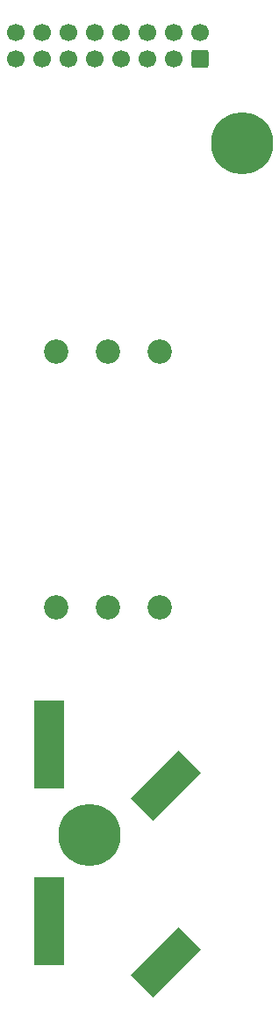
<source format=gbr>
%TF.GenerationSoftware,KiCad,Pcbnew,(6.0.0-0)*%
%TF.CreationDate,2022-11-09T20:37:39-05:00*%
%TF.ProjectId,VCO,56434f2e-6b69-4636-9164-5f7063625858,rev?*%
%TF.SameCoordinates,Original*%
%TF.FileFunction,Soldermask,Top*%
%TF.FilePolarity,Negative*%
%FSLAX46Y46*%
G04 Gerber Fmt 4.6, Leading zero omitted, Abs format (unit mm)*
G04 Created by KiCad (PCBNEW (6.0.0-0)) date 2022-11-09 20:37:39*
%MOMM*%
%LPD*%
G01*
G04 APERTURE LIST*
G04 Aperture macros list*
%AMRoundRect*
0 Rectangle with rounded corners*
0 $1 Rounding radius*
0 $2 $3 $4 $5 $6 $7 $8 $9 X,Y pos of 4 corners*
0 Add a 4 corners polygon primitive as box body*
4,1,4,$2,$3,$4,$5,$6,$7,$8,$9,$2,$3,0*
0 Add four circle primitives for the rounded corners*
1,1,$1+$1,$2,$3*
1,1,$1+$1,$4,$5*
1,1,$1+$1,$6,$7*
1,1,$1+$1,$8,$9*
0 Add four rect primitives between the rounded corners*
20,1,$1+$1,$2,$3,$4,$5,0*
20,1,$1+$1,$4,$5,$6,$7,0*
20,1,$1+$1,$6,$7,$8,$9,0*
20,1,$1+$1,$8,$9,$2,$3,0*%
%AMRotRect*
0 Rectangle, with rotation*
0 The origin of the aperture is its center*
0 $1 length*
0 $2 width*
0 $3 Rotation angle, in degrees counterclockwise*
0 Add horizontal line*
21,1,$1,$2,0,0,$3*%
G04 Aperture macros list end*
%ADD10C,2.340000*%
%ADD11C,0.800000*%
%ADD12C,6.000000*%
%ADD13R,3.000000X8.500000*%
%ADD14RotRect,3.000000X6.500000X315.000000*%
%ADD15RoundRect,0.250000X0.600000X-0.600000X0.600000X0.600000X-0.600000X0.600000X-0.600000X-0.600000X0*%
%ADD16C,1.700000*%
G04 APERTURE END LIST*
D10*
%TO.C,RV1*%
X54276000Y-68574000D03*
X49276000Y-68574000D03*
X44276000Y-68574000D03*
%TD*%
D11*
%TO.C,REF\u002A\u002A*%
X64480000Y-48514000D03*
X63820990Y-46923010D03*
X62230000Y-46264000D03*
X63820990Y-50104990D03*
X62230000Y-50764000D03*
X59980000Y-48514000D03*
D12*
X62230000Y-48514000D03*
D11*
X60639010Y-46923010D03*
X60639010Y-50104990D03*
%TD*%
D10*
%TO.C,RV2*%
X54276000Y-93212000D03*
X49276000Y-93212000D03*
X44276000Y-93212000D03*
%TD*%
D13*
%TO.C,J2*%
X43651000Y-123415000D03*
D14*
X54861000Y-127397000D03*
%TD*%
D11*
%TO.C,REF\u002A\u002A*%
X45907010Y-116688990D03*
X49748000Y-115098000D03*
X47498000Y-112848000D03*
X45248000Y-115098000D03*
X47498000Y-117348000D03*
X49088990Y-116688990D03*
X49088990Y-113507010D03*
X45907010Y-113507010D03*
D12*
X47498000Y-115098000D03*
%TD*%
D13*
%TO.C,J3*%
X43651000Y-106397000D03*
D14*
X54861000Y-110379000D03*
%TD*%
D15*
%TO.C,J1*%
X58166000Y-40376500D03*
D16*
X58166000Y-37836500D03*
X55626000Y-40376500D03*
X55626000Y-37836500D03*
X53086000Y-40376500D03*
X53086000Y-37836500D03*
X50546000Y-40376500D03*
X50546000Y-37836500D03*
X48006000Y-40376500D03*
X48006000Y-37836500D03*
X45466000Y-40376500D03*
X45466000Y-37836500D03*
X42926000Y-40376500D03*
X42926000Y-37836500D03*
X40386000Y-40376500D03*
X40386000Y-37836500D03*
%TD*%
M02*

</source>
